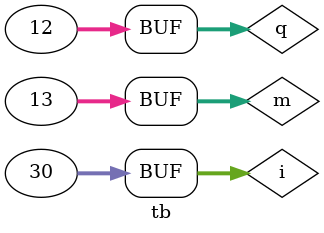
<source format=v>
`timescale 1ns / 1ps
module tb;
 parameter MULTIPLICAND_WID = 32;
 parameter MULTIPLIER_WID = 32;

 reg [MULTIPLICAND_WID-1:0] m; 
 reg [MULTIPLIER_WID-1:0]q;
 
integer i;
wire [(MULTIPLICAND_WID+MULTIPLIER_WID-1):0]product;


 cla_multiplier mul1(
  
      .product (product[(MULTIPLICAND_WID+MULTIPLIER_WID-1):0]),
  
      .M(m[MULTIPLICAND_WID-1:0]),
     .Q(q[MULTIPLIER_WID-1:0]));

 initial begin
 for (i = 0; i < 30; i = i + 1) begin: W
  #(10) m = m + 1; q = q + 1;
   end
 
  #(10) 
  m = 32'd16;
  q = 32'd16;
 
  #(10) 
 m = 32'd6;
  q = 32'd2;
 
 
  #(10) 
m = 32'd16;
  q = 32'd23;
 
  #(10) 
 m = 32'd13;
 q = 32'd12;
 end
 endmodule
</source>
